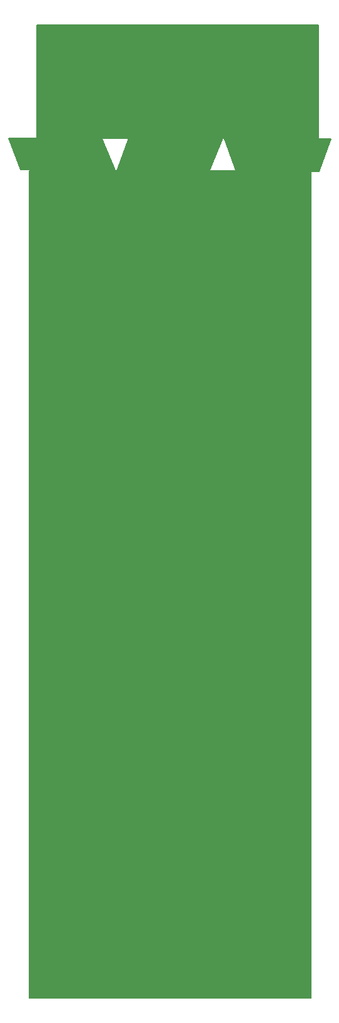
<source format=gbr>
%TF.GenerationSoftware,KiCad,Pcbnew,7.0.2-0*%
%TF.CreationDate,2023-06-28T16:36:39-04:00*%
%TF.ProjectId,Escanaba Euclidean Panel,45736361-6e61-4626-9120-4575636c6964,rev?*%
%TF.SameCoordinates,Original*%
%TF.FileFunction,Copper,L1,Top*%
%TF.FilePolarity,Positive*%
%FSLAX46Y46*%
G04 Gerber Fmt 4.6, Leading zero omitted, Abs format (unit mm)*
G04 Created by KiCad (PCBNEW 7.0.2-0) date 2023-06-28 16:36:39*
%MOMM*%
%LPD*%
G01*
G04 APERTURE LIST*
%TA.AperFunction,NonConductor*%
%ADD10C,0.150000*%
%TD*%
%TA.AperFunction,NonConductor*%
%ADD11C,0.200000*%
%TD*%
G04 APERTURE END LIST*
D10*
X117950389Y-53263650D02*
X106708773Y-53126557D01*
X105164813Y-48890955D01*
X119556334Y-48857093D01*
X117950389Y-53263650D01*
%TA.AperFunction,NonConductor*%
G36*
X117950389Y-53263650D02*
G01*
X106708773Y-53126557D01*
X105164813Y-48890955D01*
X119556334Y-48857093D01*
X117950389Y-53263650D01*
G37*
%TD.AperFunction*%
X88631580Y-48844925D02*
X90343896Y-53124931D01*
X77564922Y-53039924D01*
X75958977Y-48809630D01*
X88631580Y-48844925D01*
%TA.AperFunction,NonConductor*%
G36*
X88631580Y-48844925D02*
G01*
X90343896Y-53124931D01*
X77564922Y-53039924D01*
X75958977Y-48809630D01*
X88631580Y-48844925D01*
G37*
%TD.AperFunction*%
D11*
X78740000Y-53215221D02*
X116840000Y-53215221D01*
X116840000Y-165100000D01*
X78740000Y-165100000D01*
X78740000Y-53215221D01*
%TA.AperFunction,NonConductor*%
G36*
X78740000Y-53215221D02*
G01*
X116840000Y-53215221D01*
X116840000Y-165100000D01*
X78740000Y-165100000D01*
X78740000Y-53215221D01*
G37*
%TD.AperFunction*%
D10*
X103185523Y-53088889D02*
X90647694Y-53153331D01*
X92222602Y-48738846D01*
X104915756Y-48735826D01*
X103185523Y-53088889D01*
%TA.AperFunction,NonConductor*%
G36*
X103185523Y-53088889D02*
G01*
X90647694Y-53153331D01*
X92222602Y-48738846D01*
X104915756Y-48735826D01*
X103185523Y-53088889D01*
G37*
%TD.AperFunction*%
D11*
X79787659Y-33485194D02*
X117887659Y-33485194D01*
X117887659Y-48750594D01*
X79787659Y-48750594D01*
X79787659Y-33485194D01*
%TA.AperFunction,NonConductor*%
G36*
X79787659Y-33485194D02*
G01*
X117887659Y-33485194D01*
X117887659Y-48750594D01*
X79787659Y-48750594D01*
X79787659Y-33485194D01*
G37*
%TD.AperFunction*%
M02*

</source>
